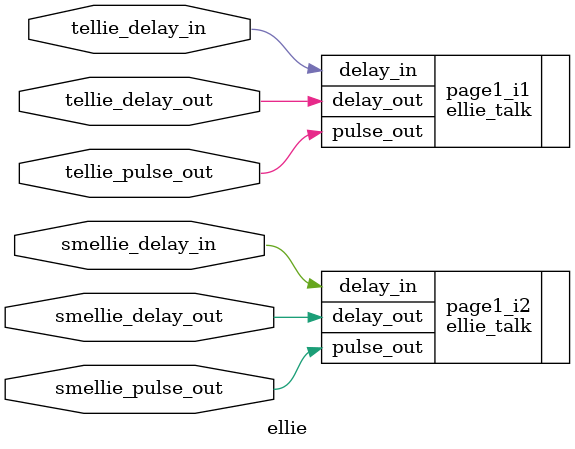
<source format=v>
`timescale 1ns/1ns

module ellie (smellie_delay_in, smellie_delay_out, smellie_pulse_out, tellie_delay_in, tellie_delay_out, 
    tellie_pulse_out );
// generated by  HDL Direct 16.6-p001 (v16-6-112A) 9/10/2012
// on Mon Jan 19 19:23:11 2015
// from tubii_lib/ELLIE/sch_1

  inout  smellie_delay_in;
  inout  smellie_delay_out;
  inout  smellie_pulse_out;
  inout  tellie_delay_in;
  inout  tellie_delay_out;
  inout  tellie_pulse_out;

// begin instances 

  ellie_talk page1_i1  (.delay_in(tellie_delay_in),
	.delay_out(tellie_delay_out),
	.pulse_out(tellie_pulse_out));

  ellie_talk page1_i2  (.delay_in(smellie_delay_in),
	.delay_out(smellie_delay_out),
	.pulse_out(smellie_pulse_out));

endmodule // ellie(sch_1) 

</source>
